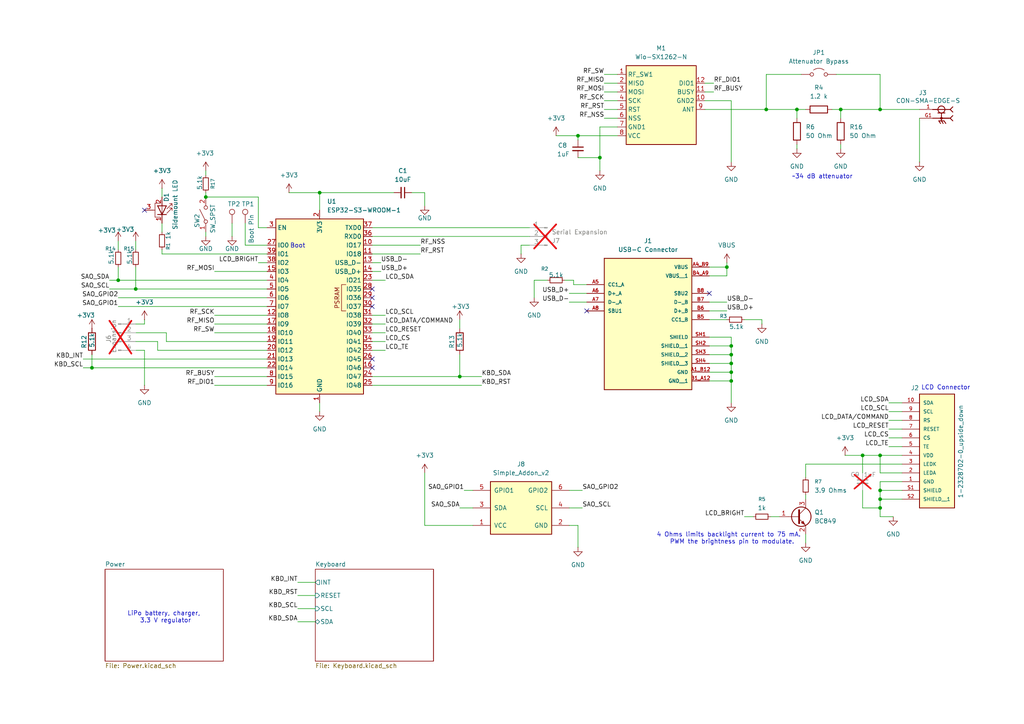
<source format=kicad_sch>
(kicad_sch (version 20250114) (generator "eeschema") (generator_version "9.0")
  (paper "A4")
  (title_block (title "Hackaday Supercon 2025 Communicator Badge"))
  (lib_symbols
    (symbol "1-2328702-0:1-2328702-0_upside_down" (pin_names (offset 1.016))
      (property "Reference" "J" (at -5.08 15.24 0))
      (property "Value" "1-2328702-0_upside_down" (at -5.08 -20.32 0))
      (symbol "1-2328702-0_upside_down_0_0"
        (rectangle (start -5.08 15.24) (end 5.08 -17.78) (stroke (width 0.254)) (fill (type background)))
        (pin passive line (at -10.16 -12.7 0) (length 5.08) (name "SHIELD") (number "S1"))
        (pin passive line (at -10.16 -15.24 0) (length 5.08) (name "SHIELD__1") (number "S2"))
      )
      (symbol "1-2328702-0_upside_down_1_0"
        (pin passive line (at -10.16 12.7 0) (length 5.08) (name "SDA") (number "10"))
        (pin passive line (at -10.16 10.16 0) (length 5.08) (name "SCL") (number "9"))
        (pin passive line (at -10.16 7.62 0) (length 5.08) (name "RS") (number "8"))
        (pin passive line (at -10.16 5.08 0) (length 5.08) (name "RESET") (number "7"))
        (pin passive line (at -10.16 2.54 0) (length 5.08) (name "CS") (number "6"))
        (pin passive line (at -10.16 0 0) (length 5.08) (name "TE") (number "5"))
        (pin passive line (at -10.16 -2.54 0) (length 5.08) (name "VDD") (number "4"))
        (pin passive line (at -10.16 -5.08 0) (length 5.08) (name "LEDK") (number "3"))
        (pin passive line (at -10.16 -7.62 0) (length 5.08) (name "LEDA") (number "2"))
        (pin passive line (at -10.16 -10.16 0) (length 5.08) (name "GND") (number "1"))
      )
    )
    (symbol "12402012E212A:12402012E212A" (pin_names (offset 1.016))
      (property "Reference" "J" (at -12.7 13.462 0))
      (property "Value" "12402012E212A" (at -12.7 -26.162 0))
      (symbol "12402012E212A_0_0"
        (rectangle (start -12.7 -25.4) (end 12.7 12.7) (stroke (width 0.254)) (fill (type background)))
        (pin bidirectional line (at -17.78 5.08 0) (length 5.08) (name "CC1_A") (number "A5"))
        (pin bidirectional line (at -17.78 2.54 0) (length 5.08) (name "D+_A") (number "A6"))
        (pin bidirectional line (at -17.78 0 0) (length 5.08) (name "D-_A") (number "A7"))
        (pin bidirectional line (at -17.78 -2.54 0) (length 5.08) (name "SBU1") (number "A8"))
        (pin power_in line (at 17.78 10.16 180) (length 5.08) (name "VBUS") (number "A4_B9"))
        (pin power_in line (at 17.78 7.62 180) (length 5.08) (name "VBUS__1") (number "B4_A9"))
        (pin bidirectional line (at 17.78 2.54 180) (length 5.08) (name "SBU2") (number "B8"))
        (pin bidirectional line (at 17.78 0 180) (length 5.08) (name "D-_B") (number "B7"))
        (pin bidirectional line (at 17.78 -2.54 180) (length 5.08) (name "D+_B") (number "B6"))
        (pin bidirectional line (at 17.78 -5.08 180) (length 5.08) (name "CC1_B") (number "B5"))
        (pin passive line (at 17.78 -10.16 180) (length 5.08) (name "SHIELD") (number "SH1"))
        (pin passive line (at 17.78 -12.7 180) (length 5.08) (name "SHIELD__1") (number "SH2"))
        (pin passive line (at 17.78 -15.24 180) (length 5.08) (name "SHIELD__2") (number "SH3"))
        (pin passive line (at 17.78 -17.78 180) (length 5.08) (name "SHIELD__3") (number "SH4"))
        (pin power_in line (at 17.78 -20.32 180) (length 5.08) (name "GND") (number "A1_B12"))
        (pin power_in line (at 17.78 -22.86 180) (length 5.08) (name "GND__1") (number "B1_A12"))
      )
    )
    (symbol "CON-SMA-EDGE-S:CON-SMA-EDGE-S" (pin_names (offset 1.016))
      (property "Reference" "J" (at -3.81 4.064 0))
      (property "Value" "CON-SMA-EDGE-S" (at -9.144 -15.24 0))
      (symbol "CON-SMA-EDGE-S_0_0"
        (polyline (pts (xy -3.302 3.302) (xy -2.54 2.54)) (stroke (width 0.254)))
        (polyline (pts (xy -3.302 1.778) (xy -2.54 2.54)) (stroke (width 0.254)))
        (polyline (pts (xy -3.302 0.762) (xy -2.54 0)) (stroke (width 0.254)))
        (polyline (pts (xy -3.302 -0.762) (xy -2.54 0)) (stroke (width 0.254)))
        (polyline (pts (xy -2.54 2.54) (xy 2.54 2.54)) (stroke (width 0.254)))
        (polyline (pts (xy -2.54 0) (xy 0 0)) (stroke (width 0.254)))
        (polyline (pts (xy -1.016 1.524) (xy 0 1.524)) (stroke (width 0.254)))
        (polyline (pts (xy -0.762 -0.762) (xy -1.27 -1.524)) (stroke (width 0.254)))
        (circle (center 0 2.54) (radius 1.016) (stroke (width 0.254)))
        (polyline (pts (xy 0 1.524) (xy 0 0)) (stroke (width 0.254)))
        (polyline (pts (xy 0 1.524) (xy 1.016 1.524)) (stroke (width 0.254)))
        (polyline (pts (xy 0 0) (xy -2.286 0)) (stroke (width 0.254)))
        (polyline (pts (xy 0 0) (xy 0 -0.762)) (stroke (width 0.254)))
        (circle (center 0 0) (radius 0.254) (stroke (width 0.254)))
        (polyline (pts (xy 0 -0.762) (xy -0.508 -1.524)) (stroke (width 0.254)))
        (polyline (pts (xy 0.762 -0.762) (xy -0.762 -0.762)) (stroke (width 0.254)))
        (polyline (pts (xy 0.762 -0.762) (xy 0.254 -1.524)) (stroke (width 0.254)))
        (polyline (pts (xy 2.54 0) (xy 0 0)) (stroke (width 0.254)))
        (pin passive line (at 6.35 2.54 180) (length 5.08) (name "~") (number "1"))
      )
      (symbol "CON-SMA-EDGE-S_1_0"
        (pin passive line (at 6.35 0 180) (length 5.08) (name "~") (number "G1"))
        (pin passive line (at 6.35 0 180) (length 5.08) (hide yes) (name "~") (number "G2"))
        (pin passive line (at 6.35 0 180) (length 5.08) (hide yes) (name "~") (number "G3"))
        (pin passive line (at 6.35 0 180) (length 5.08) (hide yes) (name "~") (number "G4"))
      )
    )
    (symbol "Connector:Conn_01x03_Pin" (pin_names (offset 1.016) (hide yes))
      (property "Reference" "J" (at 0 5.08 0))
      (property "Value" "Conn_01x03_Pin" (at 0 -5.08 0))
      (symbol "Conn_01x03_Pin_1_1"
        (rectangle (start 0.8636 2.667) (end 0 2.413) (stroke (width 0.1524)) (fill (type outline)))
        (rectangle (start 0.8636 0.127) (end 0 -0.127) (stroke (width 0.1524)) (fill (type outline)))
        (rectangle (start 0.8636 -2.413) (end 0 -2.667) (stroke (width 0.1524)) (fill (type outline)))
        (polyline (pts (xy 1.27 2.54) (xy 0.8636 2.54)) (stroke (width 0.1524)))
        (polyline (pts (xy 1.27 0) (xy 0.8636 0)) (stroke (width 0.1524)))
        (polyline (pts (xy 1.27 -2.54) (xy 0.8636 -2.54)) (stroke (width 0.1524)))
        (pin passive line (at 5.08 2.54 180) (length 3.81) (name "Pin_1") (number "1"))
        (pin passive line (at 5.08 0 180) (length 3.81) (name "Pin_2") (number "2"))
        (pin passive line (at 5.08 -2.54 180) (length 3.81) (name "Pin_3") (number "3"))
      )
    )
    (symbol "Connector:Conn_01x04_Pin" (pin_names (offset 1.016) (hide yes))
      (property "Reference" "J" (at 0 5.08 0))
      (property "Value" "Conn_01x04_Pin" (at 0 -7.62 0))
      (symbol "Conn_01x04_Pin_1_1"
        (rectangle (start 0.8636 2.667) (end 0 2.413) (stroke (width 0.1524)) (fill (type outline)))
        (rectangle (start 0.8636 0.127) (end 0 -0.127) (stroke (width 0.1524)) (fill (type outline)))
        (rectangle (start 0.8636 -2.413) (end 0 -2.667) (stroke (width 0.1524)) (fill (type outline)))
        (rectangle (start 0.8636 -4.953) (end 0 -5.207) (stroke (width 0.1524)) (fill (type outline)))
        (polyline (pts (xy 1.27 2.54) (xy 0.8636 2.54)) (stroke (width 0.1524)))
        (polyline (pts (xy 1.27 0) (xy 0.8636 0)) (stroke (width 0.1524)))
        (polyline (pts (xy 1.27 -2.54) (xy 0.8636 -2.54)) (stroke (width 0.1524)))
        (polyline (pts (xy 1.27 -5.08) (xy 0.8636 -5.08)) (stroke (width 0.1524)))
        (pin passive line (at 5.08 2.54 180) (length 3.81) (name "Pin_1") (number "1"))
        (pin passive line (at 5.08 0 180) (length 3.81) (name "Pin_2") (number "2"))
        (pin passive line (at 5.08 -2.54 180) (length 3.81) (name "Pin_3") (number "3"))
        (pin passive line (at 5.08 -5.08 180) (length 3.81) (name "Pin_4") (number "4"))
      )
    )
    (symbol "Connector:TestPoint" (pin_numbers (hide yes)) (pin_names (offset 0.762) (hide yes))
      (property "Reference" "TP" (at 0 6.858 0))
      (property "Value" "TestPoint" (at 0 5.08 0))
      (symbol "TestPoint_0_1"
        (circle (center 0 3.302) (radius 0.762))
      )
      (symbol "TestPoint_1_1"
        (pin passive line (at 0 0 90) (length 2.54) (name "1") (number "1"))
      )
    )
    (symbol "Device:C_Small" (pin_numbers (hide yes)) (pin_names (offset 0.254) (hide yes))
      (property "Reference" "C" (at 0.254 1.778 0))
      (property "Value" "C_Small" (at 0.254 -2.032 0))
      (symbol "C_Small_0_1"
        (polyline (pts (xy -1.524 0.508) (xy 1.524 0.508)) (stroke (width 0.3048)))
        (polyline (pts (xy -1.524 -0.508) (xy 1.524 -0.508)) (stroke (width 0.3302)))
      )
      (symbol "C_Small_1_1"
        (pin passive line (at 0 2.54 270) (length 2.032) (name "~") (number "1"))
        (pin passive line (at 0 -2.54 90) (length 2.032) (name "~") (number "2"))
      )
    )
    (symbol "Device:LED_Pad" (pin_names (offset 1.016) (hide yes))
      (property "Reference" "D" (at 0 5.715 0))
      (property "Value" "LED_Pad" (at 0 3.81 0))
      (symbol "LED_Pad_0_1"
        (polyline (pts (xy -2.032 -0.508) (xy -2.032 -2.032) (xy 2.032 -2.032) (xy 2.032 -0.508)))
        (polyline (pts (xy -1.27 0) (xy 1.27 0)))
        (polyline (pts (xy -1.27 -1.27) (xy -1.27 1.27)) (stroke (width 0.254)))
        (polyline (pts (xy -0.889 1.397) (xy 0.635 2.921) (xy -0.127 2.921) (xy 0.635 2.921) (xy 0.635 2.159)))
        (polyline (pts (xy 0 -2.54) (xy 0 -2.032)))
        (polyline (pts (xy 0.381 1.397) (xy 1.905 2.921) (xy 1.143 2.921) (xy 1.905 2.921) (xy 1.905 2.159)))
        (polyline (pts (xy 1.27 -1.27) (xy 1.27 1.27) (xy -1.27 0) (xy 1.27 -1.27)) (stroke (width 0.254)))
      )
      (symbol "LED_Pad_1_1"
        (pin passive line (at -3.81 0 0) (length 2.54) (name "K") (number "1"))
        (pin passive line (at 0 -5.08 90) (length 2.54) (name "PAD") (number "3"))
        (pin passive line (at 3.81 0 180) (length 2.54) (name "A") (number "2"))
      )
    )
    (symbol "Device:R" (pin_numbers (hide yes)) (pin_names (offset 0))
      (property "Reference" "R" (at 2.032 0 90))
      (property "Value" "R" (at 0 0 90))
      (symbol "R_0_1"
        (rectangle (start -1.016 -2.54) (end 1.016 2.54) (stroke (width 0.254)))
      )
      (symbol "R_1_1"
        (pin passive line (at 0 3.81 270) (length 1.27) (name "~") (number "1"))
        (pin passive line (at 0 -3.81 90) (length 1.27) (name "~") (number "2"))
      )
    )
    (symbol "Device:R_Small" (pin_numbers (hide yes)) (pin_names (offset 0.254) (hide yes))
      (property "Reference" "R" (at 0 0 90))
      (property "Value" "R_Small" (at 1.778 0 90))
      (symbol "R_Small_0_1"
        (rectangle (start -0.762 1.778) (end 0.762 -1.778) (stroke (width 0.2032)))
      )
      (symbol "R_Small_1_1"
        (pin passive line (at 0 2.54 270) (length 0.762) (name "~") (number "1"))
        (pin passive line (at 0 -2.54 90) (length 0.762) (name "~") (number "2"))
      )
    )
    (symbol "Jumper:Jumper_2_Open" (pin_numbers (hide yes)) (pin_names (offset 0) (hide yes))
      (property "Reference" "JP" (at 0 2.794 0))
      (property "Value" "Jumper_2_Open" (at 0 -2.286 0))
      (symbol "Jumper_2_Open_0_0"
        (circle (center -2.032 0) (radius 0.508))
        (circle (center 2.032 0) (radius 0.508))
      )
      (symbol "Jumper_2_Open_0_1"
        (arc (start -1.524 1.27) (mid 0 1.778) (end 1.524 1.27))
      )
      (symbol "Jumper_2_Open_1_1"
        (pin passive line (at -5.08 0 0) (length 2.54) (name "A") (number "1"))
        (pin passive line (at 5.08 0 180) (length 2.54) (name "B") (number "2"))
      )
    )
    (symbol "RF_Module:ESP32-S3-WROOM-1"
      (property "Reference" "U" (at -12.7 26.67 0))
      (property "Value" "ESP32-S3-WROOM-1" (at 12.7 26.67 0))
      (symbol "ESP32-S3-WROOM-1_0_0"
        (rectangle (start -12.7 25.4) (end 12.7 -25.4) (stroke (width 0.254)) (fill (type background)))
        (text "PSRAM" (at 5.08 2.54 900) (effects (font (size 1.27 1.27))))
      )
      (symbol "ESP32-S3-WROOM-1_0_1"
        (polyline (pts (xy 7.62 -1.27) (xy 6.35 -1.27) (xy 6.35 6.35) (xy 7.62 6.35)))
      )
      (symbol "ESP32-S3-WROOM-1_1_1"
        (pin input line (at -15.24 22.86 0) (length 2.54) (name "EN") (number "3"))
        (pin bidirectional line (at -15.24 17.78 0) (length 2.54) (name "IO0") (number "27"))
        (pin bidirectional line (at -15.24 15.24 0) (length 2.54) (name "IO1") (number "39"))
        (pin bidirectional line (at -15.24 12.7 0) (length 2.54) (name "IO2") (number "38"))
        (pin bidirectional line (at -15.24 10.16 0) (length 2.54) (name "IO3") (number "15"))
        (pin bidirectional line (at -15.24 7.62 0) (length 2.54) (name "IO4") (number "4"))
        (pin bidirectional line (at -15.24 5.08 0) (length 2.54) (name "IO5") (number "5"))
        (pin bidirectional line (at -15.24 2.54 0) (length 2.54) (name "IO6") (number "6"))
        (pin bidirectional line (at -15.24 0 0) (length 2.54) (name "IO7") (number "7"))
        (pin bidirectional line (at -15.24 -2.54 0) (length 2.54) (name "IO8") (number "12"))
        (pin bidirectional line (at -15.24 -5.08 0) (length 2.54) (name "IO9") (number "17"))
        (pin bidirectional line (at -15.24 -7.62 0) (length 2.54) (name "IO10") (number "18"))
        (pin bidirectional line (at -15.24 -10.16 0) (length 2.54) (name "IO11") (number "19"))
        (pin bidirectional line (at -15.24 -12.7 0) (length 2.54) (name "IO12") (number "20"))
        (pin bidirectional line (at -15.24 -15.24 0) (length 2.54) (name "IO13") (number "21"))
        (pin bidirectional line (at -15.24 -17.78 0) (length 2.54) (name "IO14") (number "22"))
        (pin bidirectional line (at -15.24 -20.32 0) (length 2.54) (name "IO15") (number "8"))
        (pin bidirectional line (at -15.24 -22.86 0) (length 2.54) (name "IO16") (number "9"))
        (pin power_in line (at 0 27.94 270) (length 2.54) (name "3V3") (number "2"))
        (pin power_in line (at 0 -27.94 90) (length 2.54) (name "GND") (number "1"))
        (pin passive line (at 0 -27.94 90) (length 2.54) (hide yes) (name "GND") (number "40"))
        (pin passive line (at 0 -27.94 90) (length 2.54) (hide yes) (name "GND") (number "41"))
        (pin bidirectional line (at 15.24 22.86 180) (length 2.54) (name "TXD0") (number "37"))
        (pin bidirectional line (at 15.24 20.32 180) (length 2.54) (name "RXD0") (number "36"))
        (pin bidirectional line (at 15.24 17.78 180) (length 2.54) (name "IO17") (number "10"))
        (pin bidirectional line (at 15.24 15.24 180) (length 2.54) (name "IO18") (number "11"))
        (pin bidirectional line (at 15.24 12.7 180) (length 2.54) (name "USB_D-") (number "13"))
        (pin bidirectional line (at 15.24 10.16 180) (length 2.54) (name "USB_D+") (number "14"))
        (pin bidirectional line (at 15.24 7.62 180) (length 2.54) (name "IO21") (number "23"))
        (pin bidirectional line (at 15.24 5.08 180) (length 2.54) (name "IO35") (number "28"))
        (pin bidirectional line (at 15.24 2.54 180) (length 2.54) (name "IO36") (number "29"))
        (pin bidirectional line (at 15.24 0 180) (length 2.54) (name "IO37") (number "30"))
        (pin bidirectional line (at 15.24 -2.54 180) (length 2.54) (name "IO38") (number "31"))
        (pin bidirectional line (at 15.24 -5.08 180) (length 2.54) (name "IO39") (number "32"))
        (pin bidirectional line (at 15.24 -7.62 180) (length 2.54) (name "IO40") (number "33"))
        (pin bidirectional line (at 15.24 -10.16 180) (length 2.54) (name "IO41") (number "34"))
        (pin bidirectional line (at 15.24 -12.7 180) (length 2.54) (name "IO42") (number "35"))
        (pin bidirectional line (at 15.24 -15.24 180) (length 2.54) (name "IO45") (number "26"))
        (pin bidirectional line (at 15.24 -17.78 180) (length 2.54) (name "IO46") (number "16"))
        (pin bidirectional line (at 15.24 -20.32 180) (length 2.54) (name "IO47") (number "24"))
        (pin bidirectional line (at 15.24 -22.86 180) (length 2.54) (name "IO48") (number "25"))
      )
    )
    (symbol "Simple_Addon_v2:Simple_Addon_v2" (pin_names (offset 1.016))
      (property "Reference" "J" (at 0 0 0))
      (property "Value" "Simple_Addon_v2" (at 0 20.32 0))
      (symbol "Simple_Addon_v2_1_1"
        (rectangle (start -7.62 8.89) (end 7.62 -8.89) (stroke (width 0.254)) (fill (type background)))
        (pin input line (at -5.08 13.97 270) (length 5.08) (name "VCC") (number "1"))
        (pin input line (at -5.08 -13.97 90) (length 5.08) (name "GND") (number "2"))
        (pin input line (at 0 13.97 270) (length 5.08) (name "SDA") (number "3"))
        (pin input line (at 0 -13.97 90) (length 5.08) (name "SCL") (number "4"))
        (pin input line (at 5.08 13.97 270) (length 5.08) (name "GPIO1") (number "5"))
        (pin input line (at 5.08 -13.97 90) (length 5.08) (name "GPIO2") (number "6"))
      )
    )
    (symbol "Switch:SW_SPST" (pin_names (offset 0) (hide yes))
      (property "Reference" "SW" (at 0 3.175 0))
      (property "Value" "SW_SPST" (at 0 -2.54 0))
      (symbol "SW_SPST_0_0"
        (circle (center -2.032 0) (radius 0.508))
        (polyline (pts (xy -1.524 0.254) (xy 1.524 1.778)))
        (circle (center 2.032 0) (radius 0.508))
      )
      (symbol "SW_SPST_1_1"
        (pin passive line (at -5.08 0 0) (length 2.54) (name "A") (number "1"))
        (pin passive line (at 5.08 0 180) (length 2.54) (name "B") (number "2"))
      )
    )
    (symbol "Transistor_BJT:BC849" (pin_names (offset 0) (hide yes))
      (property "Reference" "Q" (at 5.08 1.905 0))
      (property "Value" "BC849" (at 5.08 0 0))
      (symbol "BC849_0_1"
        (polyline (pts (xy -2.54 0) (xy 0.635 0)))
        (polyline (pts (xy 0.635 1.905) (xy 0.635 -1.905)) (stroke (width 0.508)))
        (circle (center 1.27 0) (radius 2.8194) (stroke (width 0.254)))
      )
      (symbol "BC849_1_1"
        (polyline (pts (xy 0.635 0.635) (xy 2.54 2.54)))
        (polyline (pts (xy 0.635 -0.635) (xy 2.54 -2.54)))
        (polyline (pts (xy 1.27 -1.778) (xy 1.778 -1.27) (xy 2.286 -2.286) (xy 1.27 -1.778)) (fill (type outline)))
        (pin input line (at -5.08 0 0) (length 2.54) (name "B") (number "1"))
        (pin passive line (at 2.54 5.08 270) (length 2.54) (name "C") (number "3"))
        (pin passive line (at 2.54 -5.08 90) (length 2.54) (name "E") (number "2"))
      )
    )
    (symbol "Wio1262:Wio1262-N"
      (property "Reference" "M" (at 0 11.684 0))
      (symbol "Wio1262-N_1_0"
        (rectangle (start -10.16 10.16) (end 10.16 -12.7) (stroke (width 0.254)) (fill (type background)))
        (pin input line (at -12.7 7.62 0) (length 2.5146) (name "RF_SW1") (number "1"))
        (pin output line (at -12.7 5.08 0) (length 2.5146) (name "MISO") (number "2"))
        (pin input line (at -12.7 2.54 0) (length 2.5146) (name "MOSI") (number "3"))
        (pin input line (at -12.7 0 0) (length 2.5146) (name "SCK") (number "4"))
        (pin input line (at -12.7 -2.54 0) (length 2.5146) (name "RST") (number "5"))
        (pin input line (at -12.7 -5.08 0) (length 2.5146) (name "NSS") (number "6"))
        (pin power_in line (at -12.7 -7.62 0) (length 2.5146) (name "GND1") (number "7"))
        (pin power_in line (at -12.7 -10.16 0) (length 2.5146) (name "VCC") (number "8"))
        (pin bidirectional line (at 12.7 5.08 180) (length 2.5146) (name "DIO1") (number "12"))
        (pin output line (at 12.7 2.54 180) (length 2.5146) (name "BUSY") (number "11"))
        (pin power_in line (at 12.7 0 180) (length 2.5146) (name "GND2") (number "10"))
        (pin output line (at 12.7 -2.54 180) (length 2.5146) (name "ANT") (number "9"))
      )
    )
    (symbol "power:+3V3" (power) (pin_numbers (hide yes)) (pin_names (offset 0) (hide yes))
      (property "Value" "+3V3" (at 0 3.556 0))
      (symbol "+3V3_0_1"
        (polyline (pts (xy -0.762 1.27) (xy 0 2.54)))
        (polyline (pts (xy 0 2.54) (xy 0.762 1.27)))
        (polyline (pts (xy 0 0) (xy 0 2.54)))
      )
      (symbol "+3V3_1_1"
        (pin power_in line (at 0 0 90) (length 0) (name "~") (number "1"))
      )
    )
    (symbol "power:GND" (power) (pin_numbers (hide yes)) (pin_names (offset 0) (hide yes))
      (property "Value" "GND" (at 0 -3.81 0))
      (symbol "GND_0_1"
        (polyline (pts (xy 0 0) (xy 0 -1.27) (xy 1.27 -1.27) (xy 0 -2.54) (xy -1.27 -1.27) (xy 0 -1.27)))
      )
      (symbol "GND_1_1"
        (pin power_in line (at 0 0 270) (length 0) (name "~") (number "1"))
      )
    )
    (symbol "power:VBUS" (power) (pin_numbers (hide yes)) (pin_names (offset 0) (hide yes))
      (property "Value" "VBUS" (at 0 3.556 0))
      (symbol "VBUS_0_1"
        (polyline (pts (xy -0.762 1.27) (xy 0 2.54)))
        (polyline (pts (xy 0 2.54) (xy 0.762 1.27)))
        (polyline (pts (xy 0 0) (xy 0 2.54)))
      )
      (symbol "VBUS_1_1"
        (pin power_in line (at 0 0 90) (length 0) (name "~") (number "1"))
      )
    )
  )
  (text "~34 dB attenuator" (at 238.506 51.308 0) (effects (font (size 1.27 1.27))))
  (text "LCD Connector\n" (at 274.32 112.522 0) (effects (font (size 1.27 1.27))))
  (text "LiPo battery, charger, \n3.3 V regulator\n" (at 48.006 179.07 0) (effects (font (size 1.27 1.27))))
  (text "Boot" (at 86.36 71.374 0) (effects (font (size 1.27 1.27))))
  (text "4 Ohms limits backlight current to 75 mA.  \nPWM the brightness pin to modulate." (at 212.344 156.21 0) (effects (font (size 1.27 1.27))))
  (junction (at 133.35 109.22))
  (junction (at 34.29 81.28))
  (junction (at 39.37 83.82))
  (junction (at 167.64 39.37))
  (junction (at 231.14 31.75))
  (junction (at 222.25 31.75))
  (junction (at 210.82 77.47))
  (junction (at 59.69 57.15))
  (junction (at 212.09 105.41))
  (junction (at 255.27 142.24))
  (junction (at 212.09 102.87))
  (junction (at 255.27 144.78))
  (junction (at 26.67 106.68))
  (junction (at 255.27 31.75))
  (junction (at 212.09 100.33))
  (junction (at 212.09 107.95))
  (junction (at 173.99 45.72))
  (junction (at 255.27 132.08))
  (junction (at 255.27 147.32))
  (junction (at 92.71 55.88))
  (junction (at 212.09 110.49))
  (junction (at 250.19 132.08))
  (junction (at 243.84 31.75))
  (no_connect (at 107.95 86.36))
  (no_connect (at 107.95 106.68))
  (no_connect (at 41.91 60.96))
  (no_connect (at 107.95 88.9))
  (no_connect (at 170.18 90.17))
  (no_connect (at 205.74 85.09))
  (no_connect (at 107.95 83.82))
  (no_connect (at 107.95 104.14))
  (wire (pts (xy 107.95 76.2) (xy 110.49 76.2)))
  (wire (pts (xy 222.25 31.75) (xy 231.14 31.75)))
  (wire (pts (xy 46.99 72.39) (xy 46.99 73.66)))
  (wire (pts (xy 165.1 87.63) (xy 170.18 87.63)))
  (wire (pts (xy 220.98 92.71) (xy 220.98 93.98)))
  (wire (pts (xy 107.95 91.44) (xy 111.76 91.44)))
  (wire (pts (xy 26.67 106.68) (xy 77.47 106.68)))
  (wire (pts (xy 222.25 21.59) (xy 222.25 31.75)))
  (wire (pts (xy 71.12 71.12) (xy 77.47 71.12)))
  (wire (pts (xy 223.52 149.86) (xy 226.06 149.86)))
  (wire (pts (xy 175.26 21.59) (xy 179.07 21.59)))
  (wire (pts (xy 205.74 102.87) (xy 212.09 102.87)))
  (wire (pts (xy 39.37 93.98) (xy 41.91 93.98)))
  (wire (pts (xy 212.09 100.33) (xy 212.09 102.87)))
  (wire (pts (xy 232.41 21.59) (xy 222.25 21.59)))
  (wire (pts (xy 107.95 96.52) (xy 111.76 96.52)))
  (wire (pts (xy 107.95 81.28) (xy 111.76 81.28)))
  (wire (pts (xy 205.74 87.63) (xy 210.82 87.63)))
  (wire (pts (xy 243.84 31.75) (xy 241.3 31.75)))
  (wire (pts (xy 26.67 102.87) (xy 26.67 106.68)))
  (wire (pts (xy 165.1 85.09) (xy 170.18 85.09)))
  (wire (pts (xy 62.23 78.74) (xy 77.47 78.74)))
  (wire (pts (xy 62.23 93.98) (xy 77.47 93.98)))
  (wire (pts (xy 255.27 142.24) (xy 261.62 142.24)))
  (wire (pts (xy 242.57 21.59) (xy 255.27 21.59)))
  (wire (pts (xy 86.36 180.34) (xy 91.44 180.34)))
  (wire (pts (xy 175.26 26.67) (xy 179.07 26.67)))
  (wire (pts (xy 215.9 92.71) (xy 220.98 92.71)))
  (wire (pts (xy 257.81 121.92) (xy 261.62 121.92)))
  (wire (pts (xy 233.68 154.94) (xy 233.68 157.48)))
  (wire (pts (xy 46.99 54.61) (xy 46.99 57.15)))
  (wire (pts (xy 62.23 111.76) (xy 77.47 111.76)))
  (wire (pts (xy 107.95 111.76) (xy 139.7 111.76)))
  (wire (pts (xy 165.1 142.24) (xy 168.91 142.24)))
  (wire (pts (xy 166.37 82.55) (xy 166.37 81.28)))
  (wire (pts (xy 173.99 45.72) (xy 173.99 36.83)))
  (wire (pts (xy 167.64 39.37) (xy 179.07 39.37)))
  (wire (pts (xy 255.27 147.32) (xy 255.27 149.86)))
  (wire (pts (xy 245.11 132.08) (xy 250.19 132.08)))
  (wire (pts (xy 59.69 55.88) (xy 59.69 57.15)))
  (wire (pts (xy 255.27 132.08) (xy 261.62 132.08)))
  (wire (pts (xy 34.29 88.9) (xy 77.47 88.9)))
  (wire (pts (xy 212.09 29.21) (xy 204.47 29.21)))
  (wire (pts (xy 62.23 91.44) (xy 77.47 91.44)))
  (wire (pts (xy 45.72 99.06) (xy 39.37 99.06)))
  (wire (pts (xy 255.27 21.59) (xy 255.27 31.75)))
  (wire (pts (xy 204.47 31.75) (xy 222.25 31.75)))
  (wire (pts (xy 34.29 69.85) (xy 34.29 72.39)))
  (wire (pts (xy 161.29 39.37) (xy 167.64 39.37)))
  (wire (pts (xy 243.84 41.91) (xy 243.84 43.18)))
  (wire (pts (xy 46.99 64.77) (xy 46.99 67.31)))
  (wire (pts (xy 39.37 101.6) (xy 41.91 101.6)))
  (wire (pts (xy 92.71 55.88) (xy 114.3 55.88)))
  (wire (pts (xy 255.27 31.75) (xy 266.7 31.75)))
  (wire (pts (xy 233.68 143.51) (xy 233.68 144.78)))
  (wire (pts (xy 255.27 144.78) (xy 261.62 144.78)))
  (wire (pts (xy 212.09 105.41) (xy 212.09 107.95)))
  (wire (pts (xy 74.93 76.2) (xy 77.47 76.2)))
  (wire (pts (xy 257.81 124.46) (xy 261.62 124.46)))
  (wire (pts (xy 153.67 71.12) (xy 151.13 71.12)))
  (wire (pts (xy 205.74 110.49) (xy 212.09 110.49)))
  (wire (pts (xy 255.27 137.16) (xy 261.62 137.16)))
  (wire (pts (xy 175.26 24.13) (xy 179.07 24.13)))
  (wire (pts (xy 165.1 147.32) (xy 168.91 147.32)))
  (wire (pts (xy 34.29 77.47) (xy 34.29 81.28)))
  (wire (pts (xy 257.81 116.84) (xy 261.62 116.84)))
  (wire (pts (xy 133.35 92.71) (xy 133.35 95.25)))
  (wire (pts (xy 107.95 101.6) (xy 111.76 101.6)))
  (wire (pts (xy 255.27 149.86) (xy 259.08 149.86)))
  (wire (pts (xy 215.9 149.86) (xy 218.44 149.86)))
  (wire (pts (xy 167.64 39.37) (xy 167.64 40.64)))
  (wire (pts (xy 137.16 152.4) (xy 123.19 152.4)))
  (wire (pts (xy 233.68 134.62) (xy 261.62 134.62)))
  (wire (pts (xy 231.14 41.91) (xy 231.14 43.18)))
  (wire (pts (xy 212.09 29.21) (xy 212.09 46.99)))
  (wire (pts (xy 48.26 96.52) (xy 39.37 96.52)))
  (wire (pts (xy 39.37 83.82) (xy 77.47 83.82)))
  (wire (pts (xy 107.95 71.12) (xy 121.92 71.12)))
  (wire (pts (xy 59.69 67.31) (xy 59.69 68.58)))
  (wire (pts (xy 119.38 55.88) (xy 123.19 55.88)))
  (wire (pts (xy 205.74 80.01) (xy 210.82 80.01)))
  (wire (pts (xy 107.95 109.22) (xy 133.35 109.22)))
  (wire (pts (xy 139.7 109.22) (xy 133.35 109.22)))
  (wire (pts (xy 255.27 147.32) (xy 250.19 147.32)))
  (wire (pts (xy 205.74 105.41) (xy 212.09 105.41)))
  (wire (pts (xy 123.19 152.4) (xy 123.19 137.16)))
  (wire (pts (xy 123.19 55.88) (xy 123.19 59.69)))
  (wire (pts (xy 41.91 101.6) (xy 41.91 111.76)))
  (wire (pts (xy 173.99 36.83) (xy 179.07 36.83)))
  (wire (pts (xy 205.74 77.47) (xy 210.82 77.47)))
  (wire (pts (xy 205.74 92.71) (xy 210.82 92.71)))
  (wire (pts (xy 233.68 134.62) (xy 233.68 138.43)))
  (wire (pts (xy 133.35 102.87) (xy 133.35 109.22)))
  (wire (pts (xy 151.13 71.12) (xy 151.13 73.66)))
  (wire (pts (xy 255.27 142.24) (xy 255.27 144.78)))
  (wire (pts (xy 250.19 132.08) (xy 255.27 132.08)))
  (wire (pts (xy 77.47 99.06) (xy 48.26 99.06)))
  (wire (pts (xy 39.37 77.47) (xy 39.37 83.82)))
  (wire (pts (xy 167.64 152.4) (xy 167.64 158.75)))
  (wire (pts (xy 250.19 147.32) (xy 250.19 142.24)))
  (wire (pts (xy 175.26 31.75) (xy 179.07 31.75)))
  (wire (pts (xy 204.47 26.67) (xy 207.01 26.67)))
  (wire (pts (xy 74.93 57.15) (xy 74.93 66.04)))
  (wire (pts (xy 257.81 129.54) (xy 261.62 129.54)))
  (wire (pts (xy 243.84 31.75) (xy 255.27 31.75)))
  (wire (pts (xy 39.37 69.85) (xy 39.37 72.39)))
  (wire (pts (xy 83.82 55.88) (xy 92.71 55.88)))
  (wire (pts (xy 107.95 99.06) (xy 111.76 99.06)))
  (wire (pts (xy 46.99 73.66) (xy 77.47 73.66)))
  (wire (pts (xy 107.95 73.66) (xy 121.92 73.66)))
  (wire (pts (xy 59.69 49.53) (xy 59.69 50.8)))
  (wire (pts (xy 107.95 78.74) (xy 110.49 78.74)))
  (wire (pts (xy 74.93 66.04) (xy 77.47 66.04)))
  (wire (pts (xy 212.09 110.49) (xy 212.09 116.84)))
  (wire (pts (xy 210.82 77.47) (xy 210.82 76.2)))
  (wire (pts (xy 257.81 119.38) (xy 261.62 119.38)))
  (wire (pts (xy 243.84 31.75) (xy 243.84 34.29)))
  (wire (pts (xy 62.23 109.22) (xy 77.47 109.22)))
  (wire (pts (xy 173.99 49.53) (xy 173.99 45.72)))
  (wire (pts (xy 210.82 80.01) (xy 210.82 77.47)))
  (wire (pts (xy 86.36 172.72) (xy 91.44 172.72)))
  (wire (pts (xy 255.27 144.78) (xy 255.27 147.32)))
  (wire (pts (xy 34.29 86.36) (xy 77.47 86.36)))
  (wire (pts (xy 107.95 68.58) (xy 153.67 68.58)))
  (wire (pts (xy 77.47 101.6) (xy 45.72 101.6)))
  (wire (pts (xy 71.12 64.77) (xy 71.12 71.12)))
  (wire (pts (xy 86.36 168.91) (xy 91.44 168.91)))
  (wire (pts (xy 212.09 107.95) (xy 212.09 110.49)))
  (wire (pts (xy 92.71 60.96) (xy 92.71 55.88)))
  (wire (pts (xy 62.23 96.52) (xy 77.47 96.52)))
  (wire (pts (xy 167.64 45.72) (xy 173.99 45.72)))
  (wire (pts (xy 59.69 57.15) (xy 74.93 57.15)))
  (wire (pts (xy 41.91 93.98) (xy 41.91 92.71)))
  (wire (pts (xy 24.13 104.14) (xy 77.47 104.14)))
  (wire (pts (xy 107.95 66.04) (xy 153.67 66.04)))
  (wire (pts (xy 231.14 31.75) (xy 233.68 31.75)))
  (wire (pts (xy 205.74 90.17) (xy 210.82 90.17)))
  (wire (pts (xy 257.81 127) (xy 261.62 127)))
  (wire (pts (xy 205.74 100.33) (xy 212.09 100.33)))
  (wire (pts (xy 212.09 102.87) (xy 212.09 105.41)))
  (wire (pts (xy 154.94 81.28) (xy 158.75 81.28)))
  (wire (pts (xy 175.26 29.21) (xy 179.07 29.21)))
  (wire (pts (xy 255.27 139.7) (xy 261.62 139.7)))
  (wire (pts (xy 175.26 34.29) (xy 179.07 34.29)))
  (wire (pts (xy 204.47 24.13) (xy 207.01 24.13)))
  (wire (pts (xy 165.1 152.4) (xy 167.64 152.4)))
  (wire (pts (xy 205.74 97.79) (xy 212.09 97.79)))
  (wire (pts (xy 31.75 81.28) (xy 34.29 81.28)))
  (wire (pts (xy 134.62 142.24) (xy 137.16 142.24)))
  (wire (pts (xy 170.18 82.55) (xy 166.37 82.55)))
  (wire (pts (xy 154.94 86.36) (xy 154.94 81.28)))
  (wire (pts (xy 255.27 137.16) (xy 255.27 132.08)))
  (wire (pts (xy 166.37 81.28) (xy 163.83 81.28)))
  (wire (pts (xy 45.72 101.6) (xy 45.72 99.06)))
  (wire (pts (xy 133.35 147.32) (xy 137.16 147.32)))
  (wire (pts (xy 92.71 116.84) (xy 92.71 119.38)))
  (wire (pts (xy 34.29 81.28) (xy 77.47 81.28)))
  (wire (pts (xy 107.95 93.98) (xy 111.76 93.98)))
  (wire (pts (xy 231.14 31.75) (xy 231.14 34.29)))
  (wire (pts (xy 31.75 83.82) (xy 39.37 83.82)))
  (wire (pts (xy 266.7 34.29) (xy 266.7 46.99)))
  (wire (pts (xy 67.31 64.77) (xy 67.31 68.58)))
  (wire (pts (xy 86.36 176.53) (xy 91.44 176.53)))
  (wire (pts (xy 250.19 132.08) (xy 250.19 137.16)))
  (wire (pts (xy 24.13 106.68) (xy 26.67 106.68)))
  (wire (pts (xy 212.09 97.79) (xy 212.09 100.33)))
  (wire (pts (xy 205.74 107.95) (xy 212.09 107.95)))
  (wire (pts (xy 48.26 99.06) (xy 48.26 96.52)))
  (wire (pts (xy 255.27 139.7) (xy 255.27 142.24)))
  (label "SAO_SCL" (at 31.75 83.82 180))
  (label "RF_MISO" (at 62.23 93.98 180))
  (label "KBD_RST" (at 86.36 172.72 180))
  (label "SAO_GPIO2" (at 34.29 86.36 180))
  (label "KBD_RST" (at 139.7 111.76 0))
  (label "RF_RST" (at 175.26 31.75 180))
  (label "KBD_INT" (at 86.36 168.91 180))
  (label "KBD_SCL" (at 24.13 106.68 180))
  (label "SAO_GPIO2" (at 168.91 142.24 0))
  (label "LCD_RESET" (at 111.76 96.52 0))
  (label "RF_DIO1" (at 207.01 24.13 0))
  (label "RF_NSS" (at 175.26 34.29 180))
  (label "LCD_BRIGHT" (at 215.9 149.86 180))
  (label "LCD_SDA" (at 257.81 116.84 180))
  (label "LCD_CS" (at 257.81 127 180))
  (label "LCD_DATA{slash}COMMAND" (at 257.81 121.92 180))
  (label "LCD_RESET" (at 257.81 124.46 180))
  (label "LCD_TE" (at 257.81 129.54 180))
  (label "RF_SCK" (at 175.26 29.21 180))
  (label "USB_D+" (at 165.1 85.09 180))
  (label "RF_SCK" (at 62.23 91.44 180))
  (label "KBD_SDA" (at 139.7 109.22 0))
  (label "SAO_SDA" (at 133.35 147.32 180))
  (label "RF_NSS" (at 121.92 71.12 0))
  (label "SAO_GPIO1" (at 34.29 88.9 180))
  (label "RF_SW" (at 62.23 96.52 180))
  (label "RF_DIO1" (at 62.23 111.76 180))
  (label "LCD_DATA{slash}COMMAND" (at 111.76 93.98 0))
  (label "RF_MOSI" (at 62.23 78.74 180))
  (label "USB_D+" (at 210.82 90.17 0))
  (label "RF_MOSI" (at 175.26 26.67 180))
  (label "SAO_SDA" (at 31.75 81.28 180))
  (label "LCD_CS" (at 111.76 99.06 0))
  (label "USB_D+" (at 110.49 78.74 0))
  (label "LCD_BRIGHT" (at 74.93 76.2 180))
  (label "USB_D-" (at 210.82 87.63 0))
  (label "LCD_SDA" (at 111.76 81.28 0))
  (label "RF_BUSY" (at 62.23 109.22 180))
  (label "LCD_TE" (at 111.76 101.6 0))
  (label "RF_BUSY" (at 207.01 26.67 0))
  (label "USB_D-" (at 165.1 87.63 180))
  (label "KBD_SCL" (at 86.36 176.53 180))
  (label "KBD_INT" (at 24.13 104.14 180))
  (label "RF_MISO" (at 175.26 24.13 180))
  (label "LCD_SCL" (at 257.81 119.38 180))
  (label "LCD_SCL" (at 111.76 91.44 0))
  (label "RF_SW" (at 175.26 21.59 180))
  (label "RF_RST" (at 121.92 73.66 0))
  (label "SAO_GPIO1" (at 134.62 142.24 180))
  (label "SAO_SCL" (at 168.91 147.32 0))
  (label "USB_D-" (at 110.49 76.2 0))
  (label "KBD_SDA" (at 86.36 180.34 180))
  (symbol (lib_id "Device:C_Small") (at 116.84 55.88 270) (unit 1)
    (property "Reference" "C1" (at 116.8336 49.53 90))
    (property "Value" "10uF" (at 116.8336 52.07 90))
    (property "Footprint" "Capacitor_SMD:C_0603_1608Metric" (effects (hide yes)))
    (property "Description" "Unpolarized capacitor, small symbol" (effects (hide yes)))
  )
  (symbol (lib_id "Device:LED_Pad") (at 46.99 60.96 270) (mirror x) (unit 1)
    (property "Reference" "D1" (at 48.26 55.88 0) (effects (justify right)))
    (property "Value" "Sidemount LED" (at 50.8 52.07 0) (effects (justify right)))
    (property "Footprint" "wurth_led_155124YS73200:WL-SMSW_1204" (effects (hide yes)))
    (property "Datasheet" "https://www.we-online.com/components/products/datasheet/155124YS73200.pdf" (effects (hide yes)))
    (property "Description" "Light emitting diode" (effects (hide yes)))
    (property "Sim.Pins" "1=K 2=A" (effects (hide yes)))
  )
  (symbol (lib_id "Jumper:Jumper_2_Open") (at 237.49 21.59 0) (unit 1)
    (property "Reference" "JP1" (at 237.49 15.24 0))
    (property "Value" "Attenuator Bypass" (at 237.49 17.78 0))
    (property "Footprint" "Jumper:SolderJumper-2_P1.3mm_Open_RoundedPad1.0x1.5mm" (effects (hide yes)))
    (property "Description" "Jumper, 2-pole, open" (effects (hide yes)))
  )
  (symbol (lib_id "Device:R_Small") (at 161.29 81.28 90) (unit 1)
    (property "Reference" "R2" (at 157.988 77.978 90) (effects (font (size 1.016 1.016))))
    (property "Value" "5.1k" (at 161.29 79.756 90))
    (property "Footprint" "Resistor_SMD:R_0603_1608Metric" (effects (hide yes)))
    (property "Description" "Resistor, small symbol" (effects (hide yes)))
  )
  (symbol (lib_id "Connector:TestPoint") (at 67.31 64.77 0) (unit 1)
    (property "Reference" "TP2" (at 66.04 59.182 0) (effects (justify left)))
    (property "Value" "TestPoint" (effects (hide yes)))
    (property "Footprint" "TestPoint:TestPoint_Pad_D1.5mm" (effects (hide yes)))
    (property "Description" "test point" (effects (hide yes)))
  )
  (symbol (lib_id "power:+3V3") (at 34.29 69.85 0) (unit 1)
    (property "Reference" "#PWR02" (effects (hide yes)))
    (property "Value" "+3V3" (at 30.988 66.802 0))
    (property "Description" "Power symbol creates a global label with name \"+3V3\"" (effects (hide yes)))
  )
  (symbol (lib_id "Device:R_Small") (at 34.29 74.93 0) (unit 1)
    (property "Reference" "R14" (at 30.48 72.136 0) (effects (font (size 1.016 1.016)) (justify left)))
    (property "Value" "5.1k" (at 32.258 76.708 90) (effects (justify left)))
    (property "Footprint" "Resistor_SMD:R_0603_1608Metric" (effects (hide yes)))
    (property "Description" "Resistor, small symbol" (effects (hide yes)))
  )
  (symbol (lib_id "Device:C_Small") (at 250.19 139.7 0) (unit 1) (dnp yes)
    (property "Reference" "C9" (at 246.634 137.668 0) (effects (justify left)))
    (property "Value" "1uF" (at 250.444 137.668 0) (effects (justify left)))
    (property "Footprint" "Capacitor_SMD:C_0603_1608Metric" (effects (hide yes)))
    (property "Description" "Unpolarized capacitor, small symbol" (effects (hide yes)))
  )
  (symbol (lib_id "power:+3V3") (at 83.82 55.88 0) (unit 1)
    (property "Reference" "#PWR0116" (effects (hide yes)))
    (property "Value" "+3V3" (at 83.82 50.8 0))
    (property "Description" "Power symbol creates a global label with name \"+3V3\"" (effects (hide yes)))
  )
  (symbol (lib_id "Device:R") (at 26.67 99.06 0) (unit 1)
    (property "Reference" "R12" (at 24.384 101.092 90) (effects (justify left)))
    (property "Value" "5.1k" (at 26.67 100.838 90) (effects (justify left)))
    (property "Footprint" "Resistor_SMD:R_0603_1608Metric" (effects (hide yes)))
    (property "Description" "Resistor" (effects (hide yes)))
  )
  (symbol (lib_id "Device:R") (at 237.49 31.75 90) (unit 1)
    (property "Reference" "R4" (at 237.49 25.4 90))
    (property "Value" "1.2 k" (at 237.49 27.94 90))
    (property "Footprint" "Resistor_SMD:R_0603_1608Metric_Pad0.98x0.95mm_HandSolder" (effects (hide yes)))
    (property "Description" "Resistor" (effects (hide yes)))
  )
  (symbol (lib_id "RF_Module:ESP32-S3-WROOM-1") (at 92.71 88.9 0) (unit 1)
    (property "Reference" "U1" (at 94.8533 58.42 0) (effects (justify left)))
    (property "Value" "ESP32-S3-WROOM-1" (at 94.8533 60.96 0) (effects (justify left)))
    (property "Footprint" "RF_Module:ESP32-S3-WROOM-1" (effects (hide yes)))
    (property "Datasheet" "https://www.espressif.com/sites/default/files/documentation/esp32-s3-wroom-1_wroom-1u_datasheet_en.pdf" (effects (hide yes)))
    (property "Description" "RF Module, ESP32-S3 SoC, Wi-Fi 802.11b/g/n, Bluetooth, BLE, 32-bit, 3.3V, onboard antenna, SMD" (effects (hide yes)))
  )
  (symbol (lib_id "power:GND") (at 212.09 116.84 0) (unit 1)
    (property "Reference" "#PWR0108" (effects (hide yes)))
    (property "Value" "GND" (at 212.09 121.92 0))
    (property "Description" "Power symbol creates a global label with name \"GND\" , ground" (effects (hide yes)))
  )
  (symbol (lib_id "Device:R") (at 243.84 38.1 180) (unit 1)
    (property "Reference" "R16" (at 246.38 36.8299 0) (effects (justify right)))
    (property "Value" "50 Ohm" (at 246.38 39.3699 0) (effects (justify right)))
    (property "Footprint" "Resistor_SMD:R_0603_1608Metric_Pad0.98x0.95mm_HandSolder" (effects (hide yes)))
    (property "Description" "Resistor" (effects (hide yes)))
  )
  (symbol (lib_id "Wio1262:Wio1262-N") (at 191.77 29.21 0) (unit 1)
    (property "Reference" "M1" (at 191.77 13.97 0))
    (property "Value" "Wio-SX1262-N" (at 191.77 16.51 0))
    (property "Footprint" "Wio1262:Wio1262-N" (effects (hide yes)))
    (property "Datasheet" "https://files.seeedstudio.com/products/SenseCAP/Wio_SX1262/Wio-SX1262-N_Module_Datasheet.pdf" (effects (hide yes)))
    (property "Manufacturer" "SenseCAP" (effects (hide yes)))
  )
  (symbol (lib_id "Device:R_Small") (at 39.37 74.93 0) (unit 1)
    (property "Reference" "R15" (at 35.814 72.136 0) (effects (font (size 1.016 1.016)) (justify left)))
    (property "Value" "5.1k" (at 37.592 76.708 90) (effects (justify left)))
    (property "Footprint" "Resistor_SMD:R_0603_1608Metric" (effects (hide yes)))
    (property "Description" "Resistor, small symbol" (effects (hide yes)))
  )
  (symbol (lib_id "Connector:Conn_01x03_Pin") (at 158.75 68.58 0) (mirror y) (unit 1) (dnp yes)
    (property "Reference" "J7" (at 160.02 69.8501 0) (effects (justify right)))
    (property "Value" "Serial Expansion" (at 160.02 67.3101 0) (effects (justify right)))
    (property "Footprint" "Connector_PinHeader_2.54mm:PinHeader_1x03_P2.54mm_Vertical" (effects (hide yes)))
    (property "Description" "Generic connector, single row, 01x03, script generated" (effects (hide yes)))
  )
  (symbol (lib_id "power:+3V3") (at 245.11 132.08 0) (unit 1)
    (property "Reference" "#PWR0120" (effects (hide yes)))
    (property "Value" "+3V3" (at 245.11 127 0))
    (property "Description" "Power symbol creates a global label with name \"+3V3\"" (effects (hide yes)))
  )
  (symbol (lib_id "power:GND") (at 123.19 59.69 0) (unit 1)
    (property "Reference" "#PWR0117" (effects (hide yes)))
    (property "Value" "GND" (at 123.19 63.246 0))
    (property "Description" "Power symbol creates a global label with name \"GND\" , ground" (effects (hide yes)))
  )
  (symbol (lib_id "power:GND") (at 266.7 46.99 0) (unit 1)
    (property "Reference" "#PWR0101" (effects (hide yes)))
    (property "Value" "GND" (at 266.7 52.07 0))
    (property "Description" "Power symbol creates a global label with name \"GND\" , ground" (effects (hide yes)))
  )
  (symbol (lib_id "Connector:TestPoint") (at 71.12 64.77 0) (unit 1)
    (property "Reference" "TP1" (at 70.104 59.182 0) (effects (justify left)))
    (property "Value" "Boot Pin" (at 72.898 70.612 90) (effects (justify left)))
    (property "Footprint" "TestPoint:TestPoint_Pad_D1.5mm" (effects (hide yes)))
    (property "Description" "test point" (effects (hide yes)))
  )
  (symbol (lib_id "power:+3V3") (at 46.99 54.61 0) (unit 1)
    (property "Reference" "#PWR0109" (effects (hide yes)))
    (property "Value" "+3V3" (at 46.99 49.53 0))
    (property "Description" "Power symbol creates a global label with name \"+3V3\"" (effects (hide yes)))
  )
  (symbol (lib_id "Connector:Conn_01x04_Pin") (at 34.29 96.52 0) (unit 1) (dnp yes)
    (property "Reference" "J6" (at 31.496 98.298 90))
    (property "Value" "Expansion" (at 33.02 97.536 90))
    (property "Footprint" "Connector_PinSocket_2.54mm:PinSocket_1x04_P2.54mm_Vertical" (effects (hide yes)))
    (property "Description" "Generic connector, single row, 01x04, script generated" (effects (hide yes)))
  )
  (symbol (lib_id "Device:R") (at 231.14 38.1 0) (unit 1)
    (property "Reference" "R6" (at 233.68 36.8299 0) (effects (justify left)))
    (property "Value" "50 Ohm" (at 233.68 39.3699 0) (effects (justify left)))
    (property "Footprint" "Resistor_SMD:R_0603_1608Metric_Pad0.98x0.95mm_HandSolder" (effects (hide yes)))
    (property "Description" "Resistor" (effects (hide yes)))
  )
  (symbol (lib_id "Device:R_Small") (at 46.99 69.85 180) (unit 1)
    (property "Reference" "R1" (at 48.768 70.358 90) (effects (font (size 1.016 1.016)) (justify left)))
    (property "Value" "1k" (at 48.768 67.056 90) (effects (justify left)))
    (property "Footprint" "Resistor_SMD:R_0603_1608Metric" (effects (hide yes)))
    (property "Description" "Resistor, small symbol" (effects (hide yes)))
  )
  (symbol (lib_id "power:GND") (at 173.99 49.53 0) (unit 1)
    (property "Reference" "#PWR0107" (effects (hide yes)))
    (property "Value" "GND" (at 173.99 54.61 0))
    (property "Description" "Power symbol creates a global label with name \"GND\" , ground" (effects (hide yes)))
  )
  (symbol (lib_id "1-2328702-0:1-2328702-0_upside_down") (at 271.78 129.54 0) (unit 1)
    (property "Reference" "J2" (at 264.16 112.522 0) (effects (justify left)))
    (property "Value" "1-2328702-0_upside_down" (at 278.638 144.526 90) (effects (justify left)))
    (property "Footprint" "TE_1-2328702-0:TE_1-2328702-0" (effects (hide yes)))
    (property "PARTREV" "5" (effects (hide yes)))
    (property "STANDARD" "Manufacturer Recommendations" (effects (hide yes)))
    (property "MAXIMUM_PACKAGE_HEIGHT" "1.1mm" (effects (hide yes)))
    (property "MANUFACTURER" "TE Connectivity" (effects (hide yes)))
  )
  (symbol (lib_id "power:GND") (at 151.13 73.66 0) (unit 1)
    (property "Reference" "#PWR016" (effects (hide yes)))
    (property "Value" "GND" (at 151.13 78.74 0))
    (property "Description" "Power symbol creates a global label with name \"GND\" , ground" (effects (hide yes)))
  )
  (symbol (lib_id "power:GND") (at 92.71 119.38 0) (unit 1)
    (property "Reference" "#PWR0115" (effects (hide yes)))
    (property "Value" "GND" (at 92.71 124.46 0))
    (property "Description" "Power symbol creates a global label with name \"GND\" , ground" (effects (hide yes)))
  )
  (symbol (lib_id "Transistor_BJT:BC849") (at 231.14 149.86 0) (unit 1)
    (property "Reference" "Q1" (at 236.22 148.5899 0) (effects (justify left)))
    (property "Value" "BC849" (at 236.22 151.1299 0) (effects (justify left)))
    (property "Footprint" "Package_TO_SOT_SMD:SOT-23" (effects (hide yes)))
    (property "Datasheet" "http://www.infineon.com/dgdl/Infineon-BC847SERIES_BC848SERIES_BC849SERIES_BC850SERIES-DS-v01_01-en.pdf?fileId=db3a304314dca389011541d4630a1657" (effects (hide yes)))
    (property "Description" "0.1A Ic, 30V Vce, NPN Transistor, SOT-23" (effects (hide yes)))
  )
  (symbol (lib_id "power:VBUS") (at 210.82 76.2 0) (unit 1)
    (property "Reference" "#PWR0103" (effects (hide yes)))
    (property "Value" "VBUS" (at 210.82 71.12 0))
    (property "Description" "Power symbol creates a global label with name \"VBUS\"" (effects (hide yes)))
  )
  (symbol (lib_id "power:GND") (at 243.84 43.18 0) (unit 1)
    (property "Reference" "#PWR0106" (effects (hide yes)))
    (property "Value" "GND" (at 243.84 48.26 0))
    (property "Description" "Power symbol creates a global label with name \"GND\" , ground" (effects (hide yes)))
  )
  (symbol (lib_id "power:GND") (at 41.91 111.76 0) (unit 1)
    (property "Reference" "#PWR014" (effects (hide yes)))
    (property "Value" "GND" (at 41.91 116.84 0))
    (property "Description" "Power symbol creates a global label with name \"GND\" , ground" (effects (hide yes)))
  )
  (symbol (lib_id "Device:R_Small") (at 233.68 140.97 0) (unit 1)
    (property "Reference" "R7" (at 236.22 139.6999 0) (effects (font (size 1.016 1.016)) (justify left)))
    (property "Value" "3.9 Ohms" (at 236.22 142.2399 0) (effects (justify left)))
    (property "Footprint" "Resistor_SMD:R_0603_1608Metric" (effects (hide yes)))
    (property "Description" "Resistor, small symbol" (effects (hide yes)))
  )
  (symbol (lib_id "power:+3V3") (at 26.67 95.25 0) (unit 1)
    (property "Reference" "#PWR04" (effects (hide yes)))
    (property "Value" "+3V3" (at 24.892 91.44 0))
    (property "Description" "Power symbol creates a global label with name \"+3V3\"" (effects (hide yes)))
  )
  (symbol (lib_id "power:GND") (at 167.64 158.75 0) (unit 1)
    (property "Reference" "#PWR0113" (effects (hide yes)))
    (property "Value" "GND" (at 167.64 163.83 0))
    (property "Description" "Power symbol creates a global label with name \"GND\" , ground" (effects (hide yes)))
  )
  (symbol (lib_id "power:+3V3") (at 161.29 39.37 0) (unit 1)
    (property "Reference" "#PWR0112" (effects (hide yes)))
    (property "Value" "+3V3" (at 161.29 34.29 0))
    (property "Description" "Power symbol creates a global label with name \"+3V3\"" (effects (hide yes)))
  )
  (symbol (lib_id "Simple_Addon_v2:Simple_Addon_v2") (at 151.13 147.32 90) (unit 1)
    (property "Reference" "J8" (at 151.13 134.62 90))
    (property "Value" "Simple_Addon_v2" (at 151.13 137.16 90))
    (property "Footprint" "Simple_Addon_v2:Simple_Addon_v2-BADGE-2x3" (effects (hide yes)))
    (property "Datasheet" "https://hackaday.io/project/175182-simple-add-ons-sao" (effects (hide yes)))
  )
  (symbol (lib_id "power:+3V3") (at 41.91 92.71 0) (unit 1)
    (property "Reference" "#PWR015" (effects (hide yes)))
    (property "Value" "+3V3" (at 41.91 87.63 0))
    (property "Description" "Power symbol creates a global label with name \"+3V3\"" (effects (hide yes)))
  )
  (symbol (lib_id "power:GND") (at 67.31 68.58 0) (unit 1)
    (property "Reference" "#PWR013" (effects (hide yes)))
    (property "Value" "GND" (at 67.31 72.136 0))
    (property "Description" "Power symbol creates a global label with name \"GND\" , ground" (effects (hide yes)))
  )
  (symbol (lib_id "Device:R") (at 133.35 99.06 0) (mirror y) (unit 1)
    (property "Reference" "R13" (at 131.064 101.092 90) (effects (justify left)))
    (property "Value" "5.1k" (at 133.35 100.838 90) (effects (justify left)))
    (property "Footprint" "Resistor_SMD:R_0603_1608Metric" (effects (hide yes)))
    (property "Description" "Resistor" (effects (hide yes)))
  )
  (symbol (lib_id "power:+3V3") (at 59.69 49.53 0) (unit 1)
    (property "Reference" "#PWR06" (effects (hide yes)))
    (property "Value" "+3V3" (at 59.436 44.45 0))
    (property "Description" "Power symbol creates a global label with name \"+3V3\"" (effects (hide yes)))
  )
  (symbol (lib_id "power:GND") (at 220.98 93.98 0) (unit 1)
    (property "Reference" "#PWR0114" (effects (hide yes)))
    (property "Value" "GND" (at 220.98 99.06 0))
    (property "Description" "Power symbol creates a global label with name \"GND\" , ground" (effects (hide yes)))
  )
  (symbol (lib_id "power:GND") (at 154.94 86.36 0) (unit 1)
    (property "Reference" "#PWR0111" (effects (hide yes)))
    (property "Value" "GND" (at 154.94 91.44 0))
    (property "Description" "Power symbol creates a global label with name \"GND\" , ground" (effects (hide yes)))
  )
  (symbol (lib_id "power:+3V3") (at 133.35 92.71 0) (mirror y) (unit 1)
    (property "Reference" "#PWR05" (effects (hide yes)))
    (property "Value" "+3V3" (at 133.604 88.9 0))
    (property "Description" "Power symbol creates a global label with name \"+3V3\"" (effects (hide yes)))
  )
  (symbol (lib_id "power:GND") (at 259.08 149.86 0) (unit 1)
    (property "Reference" "#PWR0119" (effects (hide yes)))
    (property "Value" "GND" (at 259.08 154.94 0))
    (property "Description" "Power symbol creates a global label with name \"GND\" , ground" (effects (hide yes)))
  )
  (symbol (lib_id "CON-SMA-EDGE-S:CON-SMA-EDGE-S") (at 273.05 34.29 0) (mirror y) (unit 1)
    (property "Reference" "J3" (at 266.446 26.924 0) (effects (justify right)))
    (property "Value" "CON-SMA-EDGE-S" (at 259.842 29.21 0) (effects (justify right)))
    (property "Footprint" "CON_SMA_EDGE_S:RFSOLUTIONS_CON-SMA-EDGE-S" (effects (hide yes)))
    (property "PARTREV" "1" (effects (hide yes)))
    (property "STANDARD" "Manufacturer Recommendations" (effects (hide yes)))
    (property "MAXIMUM_PACKAGE_HEIGHT" "6.35mm" (effects (hide yes)))
    (property "MANUFACTURER" "RF Solutions" (effects (hide yes)))
  )
  (symbol (lib_id "Device:C_Small") (at 167.64 43.18 0) (unit 1)
    (property "Reference" "C8" (at 161.798 42.164 0) (effects (justify left)))
    (property "Value" "1uF" (at 161.544 44.704 0) (effects (justify left)))
    (property "Footprint" "Capacitor_SMD:C_0603_1608Metric" (effects (hide yes)))
    (property "Description" "Unpolarized capacitor, small symbol" (effects (hide yes)))
  )
  (symbol (lib_id "12402012E212A:12402012E212A") (at 187.96 87.63 0) (unit 1)
    (property "Reference" "J1" (at 187.96 69.85 0))
    (property "Value" "USB-C Connector" (at 187.96 72.39 0))
    (property "Footprint" "amphenol_12402012E212A:AMPHENOL_12402012E212A" (effects (hide yes)))
    (property "Datasheet" "https://cdn.amphenol-cs.com/media/wysiwyg/files/drawing/12402012-10.pdf" (effects (hide yes)))
    (property "PARTREV" "4" (effects (hide yes)))
    (property "STANDARD" "Manufacturer Recommendations" (effects (hide yes)))
    (property "MAXIMUM_PACKAGE_HEIGHT" "3.26 mm" (effects (hide yes)))
    (property "MANUFACTURER" "Amphenol" (effects (hide yes)))
  )
  (symbol (lib_id "Device:R_Small") (at 213.36 92.71 90) (unit 1)
    (property "Reference" "R3" (at 209.804 91.694 90) (effects (font (size 1.016 1.016))))
    (property "Value" "5.1k" (at 213.614 94.742 90))
    (property "Footprint" "Resistor_SMD:R_0603_1608Metric" (effects (hide yes)))
    (property "Description" "Resistor, small symbol" (effects (hide yes)))
  )
  (symbol (lib_id "power:GND") (at 231.14 43.18 0) (unit 1)
    (property "Reference" "#PWR0105" (effects (hide yes)))
    (property "Value" "GND" (at 231.14 48.26 0))
    (property "Description" "Power symbol creates a global label with name \"GND\" , ground" (effects (hide yes)))
  )
  (symbol (lib_id "power:GND") (at 59.69 68.58 0) (unit 1)
    (property "Reference" "#PWR07" (effects (hide yes)))
    (property "Value" "GND" (at 59.69 72.136 0))
    (property "Description" "Power symbol creates a global label with name \"GND\" , ground" (effects (hide yes)))
  )
  (symbol (lib_id "power:+3V3") (at 39.37 69.85 0) (unit 1)
    (property "Reference" "#PWR03" (effects (hide yes)))
    (property "Value" "+3V3" (at 36.322 66.548 0))
    (property "Description" "Power symbol creates a global label with name \"+3V3\"" (effects (hide yes)))
  )
  (symbol (lib_id "Device:R_Small") (at 220.98 149.86 90) (unit 1)
    (property "Reference" "R5" (at 220.98 144.78 90) (effects (font (size 1.016 1.016))))
    (property "Value" "1k" (at 220.98 147.32 90))
    (property "Footprint" "Resistor_SMD:R_0603_1608Metric" (effects (hide yes)))
    (property "Description" "Resistor, small symbol" (effects (hide yes)))
  )
  (symbol (lib_id "power:+3V3") (at 123.19 137.16 0) (unit 1)
    (property "Reference" "#PWR0110" (effects (hide yes)))
    (property "Value" "+3V3" (at 123.19 132.08 0))
    (property "Description" "Power symbol creates a global label with name \"+3V3\"" (effects (hide yes)))
  )
  (symbol (lib_id "Switch:SW_SPST") (at 59.69 62.23 90) (unit 1)
    (property "Reference" "SW2" (at 57.15 61.976 0) (effects (justify right)))
    (property "Value" "SW_SPST" (at 61.722 59.182 0) (effects (justify right)))
    (property "Footprint" "Button_Switch_SMD:SW_Tactile_SPST_NO_Straight_CK_PTS636Sx25SMTRLFS" (effects (hide yes)))
    (property "Description" "Single Pole Single Throw (SPST) switch" (effects (hide yes)))
  )
  (symbol (lib_id "power:GND") (at 212.09 46.99 0) (unit 1)
    (property "Reference" "#PWR0104" (effects (hide yes)))
    (property "Value" "GND" (at 212.09 52.07 0))
    (property "Description" "Power symbol creates a global label with name \"GND\" , ground" (effects (hide yes)))
  )
  (symbol (lib_id "power:GND") (at 233.68 157.48 0) (unit 1)
    (property "Reference" "#PWR0118" (effects (hide yes)))
    (property "Value" "GND" (at 233.68 162.56 0))
    (property "Description" "Power symbol creates a global label with name \"GND\" , ground" (effects (hide yes)))
  )
  (symbol (lib_id "Device:R_Small") (at 59.69 53.34 0) (unit 1)
    (property "Reference" "R17" (at 61.722 54.864 90) (effects (font (size 1.016 1.016)) (justify left)))
    (property "Value" "5.1k" (at 57.912 55.118 90) (effects (justify left)))
    (property "Footprint" "Resistor_SMD:R_0603_1608Metric" (effects (hide yes)))
    (property "Description" "Resistor, small symbol" (effects (hide yes)))
  )
  (sheet (at 30.48 165.1) (size 34.29 26.67) (stroke (width 0.1524))
    (property "Sheetname" "Power" (at 30.48 164.3884 0) (effects (justify left bottom)))
    (property "Sheetfile" "Power.kicad_sch" (at 30.48 192.3546 0) (effects (justify left top)))
  )
  (sheet (at 91.44 165.1) (size 34.29 26.67) (stroke (width 0.1524))
    (property "Sheetname" "Keyboard" (at 91.44 164.3884 0) (effects (justify left bottom)))
    (property "Sheetfile" "Keyboard.kicad_sch" (at 91.44 192.3546 0) (effects (justify left top)))
    (pin "SCL" input (at 91.44 176.53 180))
    (pin "SDA" bidirectional (at 91.44 180.34 180))
    (pin "INT" output (at 91.44 168.91 180))
    (pin "RESET" input (at 91.44 172.72 180))
  )
)
</source>
